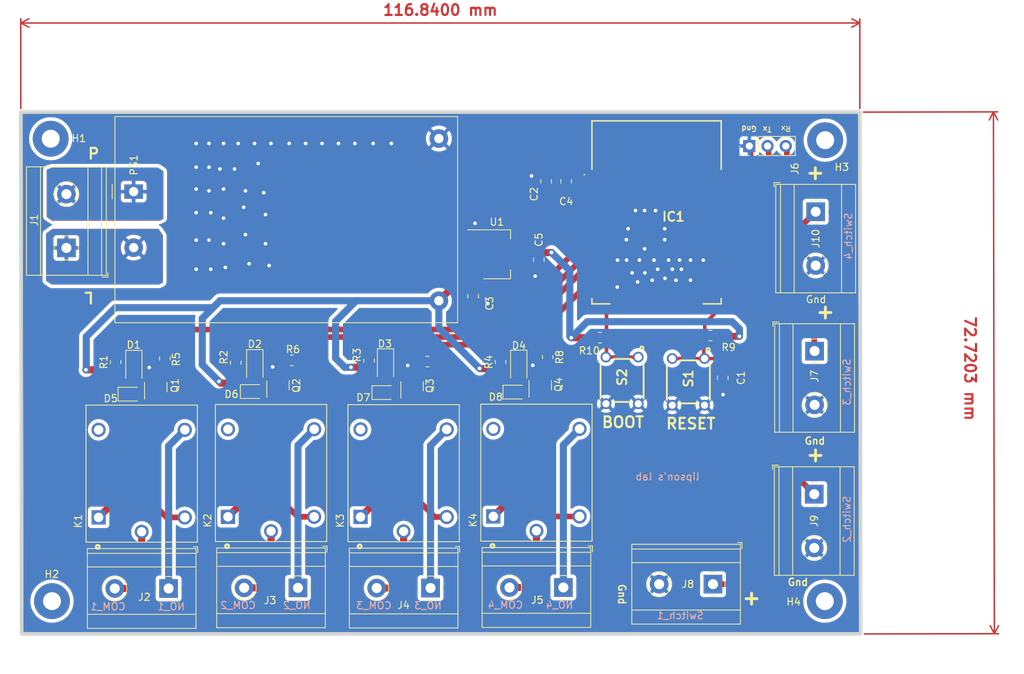
<source format=kicad_pcb>
(kicad_pcb (version 20221018) (generator pcbnew)
  (layers (0 "F.Cu" signal) (31 "B.Cu" signal) (34 "B.Paste" user) (35 "F.Paste" user) (36 "B.SilkS" user "B.Silkscreen") (37 "F.SilkS" user "F.Silkscreen") (38 "B.Mask" user) (39 "F.Mask" user) (44 "Edge.Cuts" user))
  (net 0 "")
  (net 1 "GND")
  (net 2 "/RESET")
  (net 3 "+3.3V")
  (net 4 "+5V")
  (net 5 "/Relay_1_T")
  (net 6 "/Relay_2_T")
  (net 7 "/Relay_3_T")
  (net 8 "/Relay_4_T")
  (net 9 "/EN")
  (net 12 "/Relay_3")
  (net 13 "/Relay_4")
  (net 14 "/Relay_1")
  (net 15 "/Relay_2")
  (net 27 "/Switch_1")
  (net 28 "/Switch_2")
  (net 30 "/Switch_3")
  (net 31 "/Switch_4")
  (net 34 "/Rx")
  (net 35 "/Tx")
  (net 38 "/N_AC")
  (net 43 "/Relay_1_R")
  (net 44 "/Relay_2_R")
  (net 45 "/Relay_3_R")
  (net 46 "/Relay_4_R")
  (net 51 "/Led_1")
  (net 52 "/Led_2")
  (net 53 "/Led_3")
  (net 54 "/Led_4")
  (net 55 "/NO_1")
  (net 56 "/COM_1")
  (net 57 "/NO_2")
  (net 58 "/COM_2")
  (net 59 "/NO_3")
  (net 60 "/COM_3")
  (net 61 "/NO_4")
  (net 62 "/COM_4")
  (net 63 "/P_AC")
  (footprint "Diode_SMD:D_0805_2012Metric" (layer "F.Cu") (at 136.1034 84.9372)
    (fp_text reference "D8")
    (fp_text value "D")
  )
  (footprint "Resistor_SMD:R_0805_2012Metric" (layer "F.Cu") (at 115.7672 80.5634 90)
    (fp_text reference "R3")
    (fp_text value "R")
  )
  (footprint "Capacitor_SMD:C_0805_2012Metric" (layer "F.Cu") (at 165.0234 82.9552 90)
    (fp_text reference "C1")
    (fp_text value "0.1uF")
  )
  (footprint "Capacitor_SMD:C_0805_2012Metric" (layer "F.Cu") (at 139.4054 66.4972 -90)
    (fp_text reference "C5")
    (fp_text value "10nF 10V")
  )
  (footprint "Capacitor_SMD:C_0805_2012Metric" (layer "F.Cu") (at 130.2614 71.5772 -90)
    (fp_text reference "C3")
    (fp_text value "10nF 10V")
  )
  (footprint "Package_TO_SOT_SMD:SOT-23" (layer "F.Cu") (at 121.7524 84.1248 90)
    (fp_text reference "Q3")
    (fp_text value "PNP_Transistor")
  )
  (footprint "Capacitor_SMD:C_0805_2012Metric" (layer "F.Cu") (at 140.4214 55.5752 90)
    (fp_text reference "C2")
    (fp_text value "22uF 10V")
  )
  (footprint "Resistor_SMD:R_0805_2012Metric" (layer "F.Cu") (at 140.65 80.0627 -90)
    (fp_text reference "R8")
    (fp_text value "1k")
  )
  (footprint "Converter_ACDC:Converter_ACDC_HiLink_HLK-10Mxx" (layer "F.Cu") (at 82.9869 57.0092)
    (fp_text reference "PS1")
    (fp_text value "HLK-10M05")
  )
  (footprint "FSM4JH_Tactile_Switch:FSM4JH" (layer "F.Cu") (at 160.2334 83.5152 -90)
    (fp_text reference "S1")
    (fp_text value "FSM4JH" hide)
  )
  (footprint "Package_TO_SOT_SMD:SOT-23" (layer "F.Cu") (at 139.6086 83.9724 90)
    (fp_text reference "Q4")
    (fp_text value "PNP_Transistor")
  )
  (footprint "LED_SMD:LED_1206_3216Metric" (layer "F.Cu") (at 99.8576 81.3054 -90)
    (fp_text reference "D2")
    (fp_text value "LED")
  )
  (footprint "Capacitor_SMD:C_0805_2012Metric" (layer "F.Cu") (at 143.2154 55.5752 90)
    (fp_text reference "C4")
    (fp_text value "100nF 10V")
  )
  (footprint "MountingHole:MountingHole_2.5mm_Pad" (layer "F.Cu") (at 71.6128 114.0714)
    (fp_text reference "H2")
    (fp_text value "MountingHole_Pad")
  )
  (footprint "RELAY_SRD-05VDC-SL-C:RELAY_SRD-05VDC-SL-C" (layer "F.Cu") (at 139.0752 96.167 90)
    (fp_text reference "K4")
    (fp_text value "SRD-05VDC-SL-C")
  )
  (footprint "RELAY_SRD-05VDC-SL-C:RELAY_SRD-05VDC-SL-C" (layer "F.Cu") (at 120.5784 96.2446 90)
    (fp_text reference "K3")
    (fp_text value "SRD-05VDC-SL-C")
  )
  (footprint "TerminalBlock_MetzConnect:TerminalBlock_MetzConnect_Type175_RT02702HBLC_1x02_P7.50mm_Horizontal" (layer "F.Cu") (at 163.6624 111.7092 180)
    (fp_text reference "J8")
    (fp_text value "Screw_Terminal_01x02")
  )
  (footprint "ESP32-WROOM-32E-N8:ESP32WROOM32EN8" (layer "F.Cu") (at 155.8014 59.8932)
    (fp_text reference "IC1")
    (fp_text value "ESP32-WROOM-32E-N8" hide)
  )
  (footprint "TerminalBlock_MetzConnect:TerminalBlock_MetzConnect_Type175_RT02702HBLC_1x02_P7.50mm_Horizontal" (layer "F.Cu") (at 177.7594 99.1616 -90)
    (fp_text reference "J9")
    (fp_text value "Screw_Terminal_01x02")
  )
  (footprint "Resistor_SMD:R_0805_2012Metric" (layer "F.Cu") (at 97.216 80.8482 90)
    (fp_text reference "R2")
    (fp_text value "R")
  )
  (footprint "Package_TO_SOT_SMD:SOT-23" (layer "F.Cu") (at 103.0834 83.9978 90)
    (fp_text reference "Q2")
    (fp_text value "PNP_Transistor")
  )
  (footprint "Resistor_SMD:R_0805_2012Metric" (layer "F.Cu") (at 163.2944 77.055 180)
    (fp_text reference "R9")
    (fp_text value "10K")
  )
  (footprint "RELAY_SRD-05VDC-SL-C:RELAY_SRD-05VDC-SL-C" (layer "F.Cu") (at 102.1182 96.2178 90)
    (fp_text reference "K2")
    (fp_text value "SRD-05VDC-SL-C")
  )
  (footprint "MountingHole:MountingHole_2.5mm_Pad" (layer "F.Cu") (at 179.2326 114.0714)
    (fp_text reference "H4")
    (fp_text value "MountingHole_Pad")
  )
  (footprint "MountingHole:MountingHole_2.5mm_Pad" (layer "F.Cu") (at 71.435 49.6316)
    (fp_text reference "H1")
    (fp_text value "MountingHole_Pad")
  )
  (footprint "TerminalBlock_MetzConnect:TerminalBlock_MetzConnect_Type175_RT02702HBLC_1x02_P7.50mm_Horizontal" (layer "F.Cu") (at 87.854 112.3066 180)
    (fp_text reference "J2")
    (fp_text value "Screw_Terminal_01x02")
  )
  (footprint "Package_TO_SOT_SMD:SOT-23" (layer "F.Cu") (at 86.061 84.2495 90)
    (fp_text reference "Q1")
    (fp_text value "PNP_Transistor")
  )
  (footprint "Diode_SMD:D_0805_2012Metric" (layer "F.Cu") (at 82.5094 85.2262)
    (fp_text reference "D5")
    (fp_text value "D")
  )
  (footprint "Resistor_SMD:R_0805_2012Metric" (layer "F.Cu") (at 80.4774 80.7577 90)
    (fp_text reference "R1")
    (fp_text value "R")
  )
  (footprint "Diode_SMD:D_0805_2012Metric" (layer "F.Cu") (at 117.85 85.0054)
    (fp_text reference "D7")
    (fp_text value "D")
  )
  (footprint "TerminalBlock_MetzConnect:TerminalBlock_MetzConnect_Type175_RT02702HBLC_1x02_P7.50mm_Horizontal" (layer "F.Cu") (at 73.6194 64.8532 90)
    (fp_text reference "J1")
    (fp_text value "Screw_Terminal_01x02")
  )
  (footprint "LED_SMD:LED_1206_3216Metric" (layer "F.Cu") (at 118.0532 81.1954 -90)
    (fp_text reference "D3")
    (fp_text value "LED")
  )
  (footprint "TerminalBlock_MetzConnect:TerminalBlock_MetzConnect_Type175_RT02702HBLC_1x02_P7.50mm_Horizontal" (layer "F.Cu") (at 105.8682 112.2198 180)
    (fp_text reference "J3")
    (fp_text value "Screw_Terminal_01x02")
  )
  (footprint "TerminalBlock_MetzConnect:TerminalBlock_MetzConnect_Type175_RT02702HBLC_1x02_P7.50mm_Horizontal" (layer "F.Cu") (at 177.8102 79.2226 -90)
    (fp_text reference "J7")
    (fp_text value "Screw_Terminal_01x02")
  )
  (footprint "LED_SMD:LED_1206_3216Metric" (layer "F.Cu") (at 83.0174 81.4162 -90)
    (fp_text reference "D1")
    (fp_text value "LED")
  )
  (footprint "Diode_SMD:D_0805_2012Metric" (layer "F.Cu") (at 99.5274 84.8614)
    (fp_text reference "D6")
    (fp_text value "D")
  )
  (footprint "MountingHole:MountingHole_2.5mm_Pad" (layer "F.Cu") (at 179.2834 49.8348)
    (fp_text reference "H3")
    (fp_text value "MountingHole_Pad")
  )
  (footprint "Resistor_SMD:R_0805_2012Metric" (layer "F.Cu") (at 123.8952 80.6874 180)
    (fp_text reference "R7" hide)
    (fp_text value "1k")
  )
  (footprint "TerminalBlock_MetzConnect:TerminalBlock_MetzConnect_Type175_RT02702HBLC_1x02_P7.50mm_Horizontal" (layer "F.Cu") (at 142.8252 112.169 180)
    (fp_text reference "J5")
    (fp_text value "Screw_Terminal_01x02")
  )
  (footprint "Resistor_SMD:R_0805_2012Metric" (layer "F.Cu") (at 87.3354 80.2497 90)
    (fp_text reference "R5")
    (fp_text value "1k")
  )
  (footprint "Resistor_SMD:R_0805_2012Metric" (layer "F.Cu") (at 147.9149 77.361)
    (fp_text reference "R10")
    (fp_text value "10K")
  )
  (footprint "Connector_PinHeader_2.54mm:PinHeader_1x03_P2.54mm_Vertical" (layer "F.Cu") (at 168.717 50.6476 90)
    (fp_text reference "J6")
    (fp_text value "Conn_01x03_Pin")
  )
  (footprint "TerminalBlock_MetzConnect:TerminalBlock_MetzConnect_Type175_RT02702HBLC_1x02_P7.50mm_Horizontal" (layer "F.Cu") (at 177.9626 59.8008 -90)
    (fp_text reference "J10")
    (fp_text value "Screw_Terminal_01x02")
  )
  (footprint "Package_TO_SOT_SMD:SOT-223-3_TabPin2" (layer "F.Cu") (at 133.5634 65.7352)
    (fp_text reference "U1")
    (fp_text value "AMS1117-3.3")
  )
  (footprint "LED_SMD:LED_1206_3216Metric" (layer "F.Cu") (at 136.6114 81.3812 -90)
    (fp_text reference "D4")
    (fp_text value "LED")
  )
  (footprint "Resistor_SMD:R_0805_2012Metric" (layer "F.Cu") (at 105.0138 80.518 180)
    (fp_text reference "R6")
    (fp_text value "1k")
  )
  (footprint "RELAY_SRD-05VDC-SL-C:RELAY_SRD-05VDC-SL-C" (layer "F.Cu") (at 84.104 96.3006 90)
    (fp_text reference "K1")
    (fp_text value "SRD-05VDC-SL-C")
  )
  (footprint "TerminalBlock_MetzConnect:TerminalBlock_MetzConnect_Type175_RT02702HBLC_1x02_P7.50mm_Horizontal" (layer "F.Cu") (at 124.3284 112.2466 180)
    (fp_text reference "J4")
    (fp_text value "Screw_Terminal_01x02")
  )
  (footprint "FSM4JH_Tactile_Switch:FSM4JH" (layer "F.Cu") (at 151.0026 83.3132 -90)
    (fp_text reference "S2")
    (fp_text value "FSM4JH" hide)
  )
  (footprint "Resistor_SMD:R_0805_2012Metric" (layer "F.Cu") (at 134.0714 80.7492 90)
    (fp_text reference "R4")
    (fp_text value "R")
  )
  (gr_line (start 67.2694 45.9232) (end 166.3294 45.9232) (stroke (width 0.5)) (layer "Edge.Cuts"))
  (gr_line (start 184.2364 118.6434) (end 67.3964 118.6434) (stroke (width 0.5)) (layer "Edge.Cuts"))
  (gr_line (start 184.1094 45.9232) (end 184.2364 118.6434) (stroke (width 0.5)) (layer "Edge.Cuts"))
  (gr_line (start 166.3294 45.9232) (end 184.1094 45.9232) (stroke (width 0.5)) (layer "Edge.Cuts"))
  (gr_line (start 67.3964 118.6434) (end 67.2694 45.9232) (stroke (width 0.5)) (layer "Edge.Cuts"))
  (gr_text "lipson's lab" (at 161.8844 97.3074) (layer "B.SilkS") (effects (font (size 1 1)) (justify left bottom mirror)))
  (gr_text "NO_1" (at 90.2 115.4176) (layer "B.SilkS") (effects (font (size 1 1)) (justify left bottom mirror)))
  (gr_text "NO_3" (at 125.9794 115.2746) (layer "B.SilkS") (effects (font (size 1 1)) (justify left bottom mirror)))
  (gr_text "COM_4" (at 137.2972 115.189) (layer "B.SilkS") (effects (font (size 1 1)) (justify left bottom mirror)))
  (gr_text "NO_2" (at 107.7062 115.2398) (layer "B.SilkS") (effects (font (size 1 1)) (justify left bottom mirror)))
  (gr_text "Switch_4" (at 183.0934 59.8424 90) (layer "B.SilkS") (effects (font (size 1 1)) (justify left bottom mirror)))
  (gr_text "Switch_1" (at 162.4524 116.6622) (layer "B.SilkS") (effects (font (size 1 1)) (justify left bottom mirror)))
  (gr_text "NO_4" (at 144.2822 115.189) (layer "B.SilkS") (effects (font (size 1 1)) (justify left bottom mirror)))
  (gr_text "COM_1" (at 81.945 115.4176) (layer "B.SilkS") (effects (font (size 1 1)) (justify left bottom mirror)))
  (gr_text "Switch_3" (at 182.8902 80.1878 90) (layer "B.SilkS") (effects (font (size 1 1)) (justify left bottom mirror)))
  (gr_text "COM_3" (at 118.9944 115.2746) (layer "B.SilkS") (effects (font (size 1 1)) (justify left bottom mirror)))
  (gr_text "COM_2" (at 100.0862 115.2398) (layer "B.SilkS") (effects (font (size 1 1)) (justify left bottom mirror)))
  (gr_text "Switch_2" (at 182.8902 99.314 90) (layer "B.SilkS") (effects (font (size 1 1)) (justify left bottom mirror)))
  (gr_text "Rx" (at 174.5844 47.7774 180) (layer "F.SilkS") (effects (font (size 0.75 0.75) (thickness 0.125)) (justify left bottom)))
  (gr_text "Gnd" (at 169.8346 47.7774 180) (layer "F.SilkS") (effects (font (size 0.75 0.75)) (justify left bottom)))
  (gr_text "+" (at 167.5324 114.7572) (layer "F.SilkS") (effects (font (size 2 2) (thickness 0.4) bold) (justify left bottom)))
  (gr_text "Gnd" (at 150.3874 111.5822 -90) (layer "F.SilkS") (effects (font (size 1 1) (thickness 0.2) bold) (justify left bottom)))
  (gr_text "Tx" (at 171.892 47.8536 180) (layer "F.SilkS") (effects (font (size 0.75 0.75)) (justify left bottom)))
  (gr_text "Gnd" (at 176.3116 92.329) (layer "F.SilkS") (effects (font (size 1 1) (thickness 0.2) bold) (justify left bottom)))
  (gr_text "Gnd" (at 173.9494 112.014) (layer "F.SilkS") (effects (font (size 1 1) (thickness 0.2) bold) (justify left bottom)))
  (gr_text "+" (at 176.4132 55.4736) (layer "F.SilkS") (effects (font (size 2 2) (thickness 0.4) bold) (justify left bottom)))
  (gr_text "Gnd" (at 176.5148 72.6186) (layer "F.SilkS") (effects (font (size 1 1) (thickness 0.15) bold) (justify left bottom)))
  (gr_text "+" (at 177.8102 74.8792) (layer "F.SilkS") (effects (font (size 2 2) (thickness 0.4) bold) (justify left bottom)))
  (gr_text "RESET" (at 156.972 90.2208) (layer "F.SilkS") (effects (font (size 1.5 1.5) (thickness 0.3) bold) (justify left bottom)))
  (gr_text "+" (at 176.4386 94.7928) (layer "F.SilkS") (effects (font (size 2 2) (thickness 0.4) bold) (justify left bottom)))
  (gr_text "L" (at 77.5818 70.8914 180) (layer "F.SilkS") (effects (font (size 1.5 1.5) (thickness 0.3) bold) (justify left bottom)))
  (gr_text "P" (at 76.4642 52.6034) (layer "F.SilkS") (effects (font (size 1.5 1.5) (thickness 0.3) bold) (justify left bottom)))
  (gr_text "BOOT" (at 148.0312 90.0176) (layer "F.SilkS") (effects (font (size 1.5 1.5) (thickness 0.3) bold) (justify left bottom)))
  (dimension (type aligned) (layer "F.Cu") (pts (xy 184.1094 45.9232) (xy 184.2364 118.6434)) (height -18.603873) (gr_text "72.7203 mm" (at 199.4662 81.661 270.1000624) (layer "F.Cu") (effects (font (size 1.5 1.5) (thickness 0.3)))) (format (prefix "") (suffix "") (units 3) (units_format 1) (precision 4)) (style (thickness 0.2) (arrow_length 1.27) (text_position_mode 2) (extension_height 0.58642) (extension_offset 0.5) keep_text_aligned))
  (dimension (type aligned) (layer "F.Cu") (pts (xy 67.2694 45.9232) (xy 184.1094 45.9232)) (height -12.4206) (gr_text "116.8400 mm" (at 125.6894 31.7026) (layer "F.Cu") (effects (font (size 1.5 1.5) (thickness 0.3)))) (format (prefix "") (suffix "") (units 3) (units_format 1) (precision 4)) (style (thickness 0.2) (arrow_length 1.27) (text_position_mode 0) (extension_height 0.58642) (extension_offset 0.5) keep_text_aligned))
  (segment (start 150.0864 72.3192) (end 150.0864 70.5482) (width 0.8) (layer "F.Cu") (net 1))
  (segment (start 151.9514 62.2792) (end 151.8514 62.1792) (width 0.8) (layer "F.Cu") (net 1))
  (segment (start 154.3014 60.8792) (end 154.3014 59.8032) (width 0.8) (layer "F.Cu") (net 1))
  (segment (start 154.3014 64.8092) (end 154.1374 64.9732) (width 0.8) (layer "F.Cu") (net 1))
  (segment (start 130.2614 72.5272) (end 132.2274 72.5272) (width 0.8) (layer "F.Cu") (net 1))
  (segment (start 155.7014 62.2792) (end 156.8314 62.2792) (width 0.8) (layer "F.Cu") (net 1))
  (segment (start 154.3014 63.6792) (end 154.3014 64.8092) (width 0.8) (layer "F.Cu") (net 1))
  (segment (start 140.2334 54.8132) (end 140.4214 54.6252) (width 0.8) (layer "F.Cu") (net 1))
  (segment (start 155.7014 63.6792) (end 156.9074 63.6792) (width 0.8) (layer "F.Cu") (net 1))
  (segment (start 139.4054 67.4472) (end 139.4054 68.2752) (width 0.8) (layer "F.Cu") (net 1))
  (segment (start 152.9014 62.2792) (end 151.9514 62.2792) (width 0.8) (layer "F.Cu") (net 1))
  (segment (start 152.9014 59.6732) (end 152.8674 59.6392) (width 0.8) (layer "F.Cu") (net 1))
  (segment (start 152.9014 60.8792) (end 152.9014 59.6732) (width 0.8) (layer "F.Cu") (net 1))
  (segment (start 154.3014 59.8032) (end 154.1374 59.6392) (width 0.8) (layer "F.Cu") (net 1))
  (segment (start 139.6086 82.2452) (end 138.5672 81.2038) (width 0.5) (layer "F.Cu") (net 1))
  (segment (start 139.4054 68.2752) (end 138.8974 68.7832) (width 0.8) (layer "F.Cu") (net 1))
  (segment (start 143.2154 54.6252) (end 146.9854 54.6252) (width 0.8) (layer "F.Cu") (net 1))
  (segment (start 164.5514 54.5592) (end 167.3454 54.5592) (width 0.8) (layer "F.Cu") (net 1))
  (segment (start 121.7524 81.8388) (end 121.1428 81.2292) (width 0.5) (layer "F.Cu") (net 1))
  (segment (start 138.3894 54.8132) (end 140.2334 54.8132) (width 0.8) (layer "F.Cu") (net 1))
  (segment (start 155.7014 60.8792) (end 155.7014 59.6792) (width 0.8) (layer "F.Cu") (net 1))
  (segment (start 168.8694 53.0352) (end 168.8694 50.8) (width 0.8) (layer "F.Cu") (net 1))
  (segment (start 151.6214 63.6792) (end 151.5974 63.7032) (width 0.8) (layer "F.Cu") (net 1))
  (segment (start 150.0864 70.5482) (end 150.3274 70.3072) (width 0.8) (layer "F.Cu") (net 1))
  (segment (start 132.2274 72.5272) (end 132.2934 72.5932) (width 0.8) (layer "F.Cu") (net 1))
  (segment (start 155.7014 59.6792) (end 155.6614 59.6392) (width 0.8) (layer "F.Cu") (net 1))
  (segment (start 152.9014 63.6792) (end 151.6214 63.6792) (width 0.8) (layer "F.Cu") (net 1))
  (segment (start 165.0234 83.9052) (end 165.0234 85.2572) (width 0.8) (layer "F.Cu") (net 1))
  (segment (start 86.061 83.312) (end 86.061 82.4186) (width 0.5) (layer "F.Cu") (net 1))
  (segment (start 168.8694 50.8) (end 168.717 50.6476) (width 0.8) (layer "F.Cu") (net 1))
  (segment (start 103.0834 83.0603) (end 103.0834 82.169) (width 0.5) (layer "F.Cu") (net 1))
  (segment (start 167.3454 54.5592) (end 168.8694 53.0352) (width 0.8) (layer "F.Cu") (net 1))
  (segment (start 156.9074 63.6792) (end 156.9314 63.7032) (width 0.8) (layer "F.Cu") (net 1))
  (segment (start 154.3014 62.2792) (end 154.3014 60.8792) (width 0.8) (layer "F.Cu") (net 1))
  (segment (start 146.9854 54.6252) (end 147.0514 54.5592) (width 0.8) (layer "F.Cu") (net 1))
  (segment (start 156.8314 62.2792) (end 156.9314 62.1792) (width 0.8) (layer "F.Cu") (net 1))
  (segment (start 103.0834 82.169) (end 102.3468 81.4324) (width 0.5) (layer "F.Cu") (net 1))
  (segment (start 140.4214 54.6252) (end 143.2154 54.6252) (width 0.8) (layer "F.Cu") (net 1))
  (segment (start 130.4134 63.4352) (end 130.4134 61.5192) (width 0.8) (layer "F.Cu") (net 1))
  (segment (start 165.0234 85.2572) (end 165.0594 85.2932) (width 0.8) (layer "F.Cu") (net 1))
  (segment (start 86.061 82.4186) (end 85.151 81.5086) (width 0.5) (layer "F.Cu") (net 1))
  (segment (start 139.6086 83.0349) (end 139.6086 82.2452) (width 0.5) (layer "F.Cu") (net 1))
  (segment (start 130.4134 61.5192) (end 130.5154 61.4172) (width 0.8) (layer "F.Cu") (net 1))
  (segment (start 121.7524 83.1873) (end 121.7524 81.8388) (width 0.5) (layer "F.Cu") (net 1))
  (via (at 104.648 50.292) (size 0.9) (drill 0.5) (layers "F.Cu" "B.Cu") (net 1))
  (via (at 101.854 67.31) (size 0.9) (drill 0.5) (layers "F.Cu" "B.Cu") (net 1))
  (via (at 106.934 50.292) (size 0.9) (drill 0.5) (layers "F.Cu" "B.Cu") (net 1))
  (via (at 85.151 81.5086) (size 0.9) (drill 0.5) (layers "F.Cu" "B.Cu") (net 1))
  (via (at 94.996 53.848) (size 0.9) (drill 0.5) (layers "F.Cu" "B.Cu") (net 1))
  (via (at 153.162 69.596) (size 0.9) (drill 0.5) (layers "F.Cu" "B.Cu") (net 1))
  (via (at 151.638 66.548) (size 0.9) (drill 0.5) (layers "F.Cu" "B.Cu") (net 1))
  (via (at 93.472 56.896) (size 0.9) (drill 0.5) (layers "F.Cu" "B.Cu") (net 1))
  (via (at 155.194 69.342) (size 0.9) (drill 0.5) (layers "F.Cu" "B.Cu") (net 1))
  (via (at 109.22 50.292) (size 0.9) (drill 0.5) (layers "F.Cu" "B.Cu") (net 1))
  (via (at 98.552 62.992) (size 0.9) (drill 0.5) (layers "F.Cu" "B.Cu") (net 1))
  (via (at 138.3894 54.8132) (size 0.9) (drill 0.5) (layers "F.Cu" "B.Cu") (net 1))
  (via (at 102.108 50.292) (size 0.9) (drill 0.5) (layers "F.Cu" "B.Cu") (net 1))
  (via (at 150.368 66.548) (size 0.9) (drill 0.5) (layers "F.Cu" "B.Cu") (net 1))
  (via (at 95.758 67.564) (size 0.9) (drill 0.5) (layers "F.Cu" "B.Cu") (net 1))
  (via (at 91.694 59.944) (size 0.9) (drill 0.5) (layers "F.Cu" "B.Cu") (net 1))
  (via (at 93.472 50.292) (size 0.9) (drill 0.5) (layers "F.Cu" "B.Cu") (net 1))
  (via (at 151.8514 62.1792) (size 0.9) (drill 0.5) (layers "F.Cu" "B.Cu") (net 1))
  (via (at 151.5974 63.7032) (size 0.9) (drill 0.5) (layers "F.Cu" "B.Cu") (net 1))
  (via (at 132.2934 72.5932) (size 0.9) (drill 0.5) (layers "F.Cu" "B.Cu") (net 1))
  (via (at 95.504 60.706) (size 0.9) (drill 0.5) (layers "F.Cu" "B.Cu") (net 1))
  (via (at 101.346 64.262) (size 0.9) (drill 0.5) (layers "F.Cu" "B.Cu") (net 1))
  (via (at 93.472 63.754) (size 0.9) (drill 0.5) (layers "F.Cu" "B.Cu") (net 1))
  (via (at 101.092 57.15) (size 0.9) (drill 0.5) (layers "F.Cu" "B.Cu") (net 1))
  (via (at 154.1374 64.9732) (size 0.9) (drill 0.5) (layers "F.Cu" "B.Cu") (net 1))
  (via (at 138.5672 81.2038) (size 0.9) (drill 0.5) (layers "F.Cu" "B.Cu") (net 1))
  (via (at 121.1428 81.2292) (size 0.9) (drill 0.5) (layers "F.Cu" "B.Cu") (net 1))
  (via (at 118.872 50.292) (size 0.9) (drill 0.5) (layers "F.Cu" "B.Cu") (net 1))
  (via (at 153.416 66.548) (size 0.9) (drill 0.5) (layers "F.Cu" "B.Cu") (net 1))
  (via (at 138.8974 68.7832) (size 0.9) (drill 0.5) (layers "F.Cu" "B.Cu") (net 1))
  (via (at 113.792 50.292) (size 0.9) (drill 0.5) (layers "F.Cu" "B.Cu") (net 1))
  (via (at 111.506 50.292) (size 0.9) (drill 0.5) (layers "F.Cu" "B.Cu") (net 1))
  (via (at 156.9314 63.7032) (size 0.9) (drill 0.5) (layers "F.Cu" "B.Cu") (net 1))
  (via (at 155.448 66.548) (size 0.9) (drill 0.5) (layers "F.Cu" "B.Cu") (net 1))
  (via (at 95.504 56.642) (size 0.9) (drill 0.5) (layers "F.Cu" "B.Cu") (net 1))
  (via (at 93.726 67.818) (size 0.9) (drill 0.5) (layers "F.Cu" "B.Cu") (net 1))
  (via (at 154.178 68.326) (size 0.9) (drill 0.5) (layers "F.Cu" "B.Cu") (net 1))
  (via (at 162.306 66.548) (size 0.9) (drill 0.5) (layers "F.Cu" "B.Cu") (net 1))
  (via (at 91.694 67.818) (size 0.9) (drill 0.5) (layers "F.Cu" "B.Cu") (net 1))
  (via (at 159.004 66.548) (size 0.9) (drill 0.5) (layers "F.Cu" "B.Cu") (net 1))
  (via (at 101.346 60.198) (size 0.9) (drill 0.5) (layers "F.Cu" "B.Cu") (net 1))
  (via (at 97.536 50.292) (size 0.9) (drill 0.5) (layers "F.Cu" "B.Cu") (net 1))
  (via (at 159.258 67.818) (size 0.9) (drill 0.5) (layers "F.Cu" "B.Cu") (net 1))
  (via (at 160.528 66.548) (size 0.9) (drill 0.5) (layers "F.Cu" "B.Cu") (net 1))
  (via (at 91.694 53.594) (size 0.9) (drill 0.5) (layers "F.Cu" "B.Cu") (net 1))
  (via (at 157.988 67.818) (size 0.9) (drill 0.5) (layers "F.Cu" "B.Cu") (net 1))
  (via (at 102.3468 81.4324) (size 0.9) (drill 0.5) (layers "F.Cu" "B.Cu") (net 1))
  (via (at 91.694 56.642) (size 0.9) (drill 0.5) (layers "F.Cu" "B.Cu") (net 1))
  (via (at 116.332 50.292) (size 0.9) (drill 0.5) (layers "F.Cu" "B.Cu") (net 1))
  (via (at 130.5154 61.4172) (size 0.9) (drill 0.5) (layers "F.Cu" "B.Cu") (net 1))
  (via (at 97.028 53.848) (size 0.9) (drill 0.5) (layers "F.Cu" "B.Cu") (net 1))
  (via (at 156.972 69.088) (size 0.9) (drill 0.5) (layers "F.Cu" "B.Cu") (net 1))
  (via (at 152.8674 59.6392) (size 0.9) (drill 0.5) (layers "F.Cu" "B.Cu") (net 1))
  (via (at 93.726 59.944) (size 0.9) (drill 0.5) (layers "F.Cu" "B.Cu") (net 1))
  (via (at 155.6614 59.6392) (size 0.9) (drill 0.5) (layers "F.Cu" "B.Cu") (net 1))
  (via (at 150.3274 70.3072) (size 0.9) (drill 0.5) (layers "F.Cu" "B.Cu") (net 1))
  (via (at 93.472 53.594) (size 0.9) (drill 0.5) (layers "F.Cu" "B.Cu") (net 1))
  (via (at 157.48 66.548) (size 0.9) (drill 0.5) (layers "F.Cu" "B.Cu") (net 1))
  (via (at 156.9314 62.1792) (size 0.9) (drill 0.5) (layers "F.Cu" "B.Cu") (net 1))
  (via (at 100.33 53.086) (size 0.9) (drill 0.5) (layers "F.Cu" "B.Cu") (net 1))
  (via (at 158.496 69.342) (size 0.9) (drill 0.5) (layers "F.Cu" "B.Cu") (net 1))
  (via (at 95.504 50.292) (size 0.9) (drill 0.5) (layers "F.Cu" "B.Cu") (net 1))
  (via (at 95.504 64.262) (size 0.9) (drill 0.5) (layers "F.Cu" "B.Cu") (net 1))
  (via (at 165.0594 85.2932) (size 0.9) (drill 0.5) (layers "F.Cu" "B.Cu") (net 1))
  (via (at 91.694 50.292) (size 0.9) (drill 0.5) (layers "F.Cu" "B.Cu") (net 1))
  (via (at 99.822 50.292) (size 0.9) (drill 0.5) (layers "F.Cu" "B.Cu") (net 1))
  (via (at 155.956 67.818) (size 0.9) (drill 0.5) (layers "F.Cu" "B.Cu") (net 1))
  (via (at 99.06 67.056) (size 0.9) (drill 0.5) (layers "F.Cu" "B.Cu") (net 1))
  (via (at 152.4 68.326) (size 0.9) (drill 0.5) (layers "F.Cu" "B.Cu") (net 1))
  (via (at 91.694 63.754) (size 0.9) (drill 0.5) (layers "F.Cu" "B.Cu") (net 1))
  (via (at 154.1374 59.6392) (size 0.9) (drill 0.5) (layers "F.Cu" "B.Cu") (net 1))
  (via (at 160.528 69.342) (size 0.9) (drill 0.5) (layers "F.Cu" "B.Cu") (net 1))
  (via (at 98.298 59.182) (size 0.9) (drill 0.5) (layers "F.Cu" "B.Cu") (net 1))
  (via (at 98.552 56.896) (size 0.9) (drill 0.5) (layers "F.Cu" "B.Cu") (net 1))
  (segment (start 157.9834 80.2652) (end 162.4834 80.2652) (width 0.5) (layer "F.Cu") (net 2))
  (segment (start 164.5514 71.0692) (end 164.5514 73.3552) (width 0.5) (layer "F.Cu") (net 2))
  (segment (start 164.5514 73.3552) (end 162.5194 75.3872) (width 0.5) (layer "F.Cu") (net 2))
  (segment (start 162.5194 76.9175) (end 162.3819 77.055) (width 0.5) (layer "F.Cu") (net 2))
  (segment (start 162.3819 77.055) (end 162.3819 80.1637) (width 0.5) (layer "F.Cu") (net 2))
  (segment (start 164.4726 80.2652) (end 165.0234 80.816) (width 0.5) (layer "F.Cu") (net 2))
  (segment (start 162.3819 80.1637) (end 162.4834 80.2652) (width 0.5) (layer "F.Cu") (net 2))
  (segment (start 162.5194 75.3872) (end 162.5194 76.9175) (width 0.5) (layer "F.Cu") (net 2))
  (segment (start 165.0234 80.816) (end 165.0234 82.0052) (width 0.5) (layer "F.Cu") (net 2))
  (segment (start 162.4834 80.2652) (end 164.4726 80.2652) (width 0.5) (layer "F.Cu") (net 2))
  (segment (start 139.4054 60.9092) (end 140.4214 59.8932) (width 1) (layer "F.Cu") (net 3))
  (segment (start 130.4134 65.7352) (end 136.7134 65.7352) (width 1) (layer "F.Cu") (net 3))
  (segment (start 139.2174 65.7352) (end 139.4054 65.5472) (width 1) (layer "F.Cu") (net 3))
  (segment (start 164.3171 77.1652) (end 164.2069 77.055) (width 1) (layer "F.Cu") (net 3))
  (segment (start 139.4054 65.5472) (end 139.4054 60.9092) (width 1) (layer "F.Cu") (net 3))
  (segment (start 139.4054 65.5472) (end 141.1834 65.4812) (width 1) (layer "F.Cu") (net 3))
  (segment (start 144.8054 56.5252) (end 143.2154 56.5252) (width 0.8) (layer "F.Cu") (net 3))
  (segment (start 136.7134 65.7352) (end 139.2174 65.7352) (width 1) (layer "F.Cu") (net 3))
  (segment (start 143.9192 77.361) (end 147.0024 77.361) (width 1) (layer "F.Cu") (net 3))
  (segment (start 147.0514 55.8292) (end 145.5014 55.8292) (width 0.8) (layer "F.Cu") (net 3))
  (segment (start 145.5014 55.8292) (end 144.8054 56.5252) (width 0.8) (layer "F.Cu") (net 3))
  (segment (start 140.4214 56.5252) (end 143.2154 56.5252) (width 1) (layer "F.Cu") (net 3))
  (segment (start 140.4214 59.8932) (end 140.4214 56.5252) (width 1) (layer "F.Cu") (net 3))
  (segment (start 167.3454 77.1652) (end 164.3171 77.1652) (width 1) (layer "F.Cu") (net 3))
  (via (at 141.1834 65.4812) (size 0.9) (drill 0.5) (layers "F.Cu" "B.Cu") (net 3))
  (via (at 143.9192 77.361) (size 0.9) (drill 0.5) (layers "F.Cu" "B.Cu") (net 3))
  (via (at 167.3454 77.1652) (size 0.9) (drill 0.5) (layers "F.Cu" "B.Cu") (net 3))
  (segment (start 167.3454 76.1492) (end 166.3294 75.1332) (width 1) (layer "B.Cu") (net 3))
  (segment (start 143.9192 77.361) (end 143.7234 77.1652) (width 1) (layer "B.Cu") (net 3))
  (segment (start 166.3294 75.1332) (end 146.147 75.1332) (width 1) (layer "B.Cu") (net 3))
  (segment (start 146.147 75.1332) (end 143.9192 77.361) (width 1) (layer "B.Cu") (net 3))
  (segment (start 143.7234 68.0212) (end 141.1834 65.4812) (width 1) (layer "B.Cu") (net 3))
  (segment (start 167.3454 77.1652) (end 167.3454 76.1492) (width 1) (layer "B.Cu") (net 3))
  (segment (start 143.7234 77.1652) (end 143.7234 68.0212) (width 1) (layer "B.Cu") (net 3))
  (segment (start 80.3088 81.8388) (end 80.4774 81.6702) (width 1) (layer "F.Cu") (net 4))
  (segment (start 116.9518 99.1501) (end 116.9887 99.187) (width 1) (layer "F.Cu") (net 4))
  (segment (start 116.9887 99.187) (end 116.9887 99.9343) (width 1) (layer "F.Cu") (net 4))
  (segment (start 125.4869 72.2092) (end 127.0689 70.6272) (width 1) (layer "F.Cu") (net 4))
  (segment (start 135.1659 100.1763) (end 133.0752 102.267) (width 1) (layer "F.Cu") (net 4))
  (segment (start 115.7672 83.8601) (end 116.9125 85.0054) (width 1) (layer "F.Cu") (net 4))
  (segment (start 80.4774 84.1317) (end 81.5719 85.2262) (width 1) (layer "F.Cu") (net 4))
  (segment (start 76.3372 81.8388) (end 80.3088 81.8388) (width 1) (layer "F.Cu") (net 4))
  (segment (start 135.1659 99.8207) (end 135.1659 100.1763) (width 1) (layer "F.Cu") (net 4))
  (segment (start 130.2614 68.1872) (end 130.4134 68.0352) (width 1) (layer "F.Cu") (net 4))
  (segment (start 125.4869 72.4632) (end 125.4869 72.2092) (width 1) (layer "F.Cu") (net 4))
  (segment (start 97.216 81.7607) (end 97.216 83.4875) (width 0.8) (layer "F.Cu") (net 4))
  (segment (start 134.0714 81.6617) (end 134.0714 83.8427) (width 1) (layer "F.Cu") (net 4))
  (segment (start 131.1765 81.6617) (end 131.1504 81.6356) (width 1) (layer "F.Cu") (net 4))
  (segment (start 95.1085 83.6937) (end 97.4222 83.6937) (width 1) (layer "F.Cu") (net 4))
  (segment (start 94.8538 83.439) (end 95.1085 83.6937) (width 1) (layer "F.Cu") (net 4))
  (segment (start 98.5368 84.9145) (end 98.5368 99.8992) (width 1) (layer "F.Cu") (net 4))
  (segment (start 98.5899 84.8614) (end 98.5368 84.9145) (width 1) (layer "F.Cu") (net 4))
  (segment (start 116.9887 99.9343) (end 114.5784 102.3446) (width 1) (layer "F.Cu") (net 4))
  (segment (start 115.7672 81.4759) (end 113.2507 81.4759) (width 1) (layer "F.Cu") (net 4))
  (segment (start 115.7672 81.4759) (end 115.7672 83.8601) (width 1) (layer "F.Cu") (net 4))
  (segment (start 116.9518 85.0447) (end 116.9518 99.1501) (width 1) (layer "F.Cu") (net 4))
  (segment (start 97.4222 83.6937) (end 98.5899 84.8614) (width 1) (layer "F.Cu") (net 4))
  (segment (start 113.2507 81.4759) (end 113.2434 81.4832) (width 1) (layer "F.Cu") (net 4))
  (segment (start 97.216 83.4875) (end 97.4222 83.6937) (width 0.8) (layer "F.Cu") (net 4))
  (segment (start 135.1659 84.9372) (end 135.1659 99.8207) (width 1) (layer "F.Cu") (net 4))
  (segment (start 98.5368 99.8992) (end 96.1182 102.3178) (width 1) (layer "F.Cu") (net 4))
  (segment (start 134.0714 81.6617) (end 131.1765 81.6617) (width 1) (layer "F.Cu") (net 4))
  (segment (start 134.0714 83.8427) (end 135.1659 84.9372) (width 1) (layer "F.Cu") (net 4))
  (segment (start 81.5719 85.2262) (end 81.5719 98.7915) (width 1) (layer "F.Cu") (net 4))
  (segment (start 127.0689 70.6272) (end 130.2614 70.6272) (width 1) (layer "F.Cu") (net 4))
  (segment (start 116.9125 85.0054) (end 116.9518 85.0447) (width 1) (layer "F.Cu") (net 4))
  (segment (start 80.4774 81.6702) (end 80.4774 84.1317) (width 1) (layer "F.Cu") (net 4))
  (segment (start 130.2614 70.6272) (end 130.2614 68.1872) (width 1) (layer "F.Cu") (net 4))
  (segment (start 81.5719 98.9327) (end 78.104 102.4006) (width 1) (layer "F.Cu") (net 4))
  (via (at 76.3372 81.8388) (size 0.9) (drill 0.5) (layers "F.Cu" "B.Cu") (net 4))
  (via (at 113.2434 81.4832) (size 0.9) (drill 0.5) (layers "F.Cu" "B.Cu") (net 4))
  (via (at 131.1504 81.6356) (size 0.9) (drill 0.5) (layers "F.Cu" "B.Cu") (net 4))
  (via (at 94.8538 83.439) (size 0.9) (drill 0.5) (layers "F.Cu" "B.Cu") (net 4))
  (segment (start 94.8538 83.439) (end 92.5424 81.1276) (width 1) (layer "B.Cu") (net 4))
  (segment (start 125.4869 72.2092) (end 113.98 72.2092) (width 1) (layer "B.Cu") (net 4))
  (segment (start 111.1098 75.0794) (end 113.98 72.2092) (width 1) (layer "B.Cu") (net 4))
  (segment (start 76.388 77.216) (end 76.388 81.788) (width 1) (layer "B.Cu") (net 4))
  (segment (start 80.4266 73.1774) (end 76.388 77.216) (width 1) (layer "B.Cu") (net 4))
  (segment (start 113.98 72.2092) (end 95.0062 72.2092) (width 1) (layer "B.Cu") (net 4))
  (segment (start 92.5424 81.1276) (end 92.5424 74.673) (width 1) (layer "B.Cu") (net 4))
  (segment (start 125.4869 75.9721) (end 125.4869 72.2092) (width 1) (layer "B.Cu") (net 4))
  (segment (start 76.388 81.788) (end 76.3372 81.8388) (width 1) (layer "B.Cu") (net 4))
  (segment (start 112.3798 81.4832) (end 111.1098 80.2132) (width 1) (layer "B.Cu") (net 4))
  (segment (start 113.2434 81.4832) (end 112.3798 81.4832) (width 1) (layer "B.Cu") (net 4))
  (segment (start 131.1504 81.6356) (end 125.4869 75.9721) (width 1) (layer "B.Cu") (net 4))
  (segment (start 94.038 73.1774) (end 80.4266 73.1774) (width 1) (layer "B.Cu") (net 4))
  (segment (start 92.5424 74.673) (end 95.0062 72.2092) (width 1) (layer "B.Cu") (net 4))
  (segment (start 111.1098 80.2132) (end 111.1098 75.0794) (width 1) (layer "B.Cu") (net 4))
  (segment (start 83.4861 85.187) (end 83.4469 85.2262) (width 0.5) (layer "F.Cu") (net 5))
  (segment (start 85.111 86.614) (end 85.111 85.187) (width 0.5) (layer "F.Cu") (net 5))
  (segment (start 85.111 85.187) (end 83.4861 85.187) (width 0.5) (layer "F.Cu") (net 5))
  (segment (start 83.0174 84.7967) (end 83.4469 85.2262) (width 0.8) (layer "F.Cu") (net 5))
  (segment (start 85.111 86.614) (end 85.111 99.9476) (width 0.8) (layer "F.Cu") (net 5))
  (segment (start 83.0174 82.8162) (end 83.0174 84.7967) (width 0.8) (layer "F.Cu") (net 5))
  (segment (start 85.111 99.9476) (end 87.564 102.4006) (width 0.8) (layer "F.Cu") (net 5))
  (segment (start 87.564 102.4006) (end 90.104 102.4006) (width 0.8) (layer "F.Cu") (net 5))
  (segment (start 100.5388 84.9353) (end 100.4649 84.8614) (width 0.5) (layer "F.Cu") (net 6))
  (segment (start 105.8322 102.3178) (end 108.1182 102.3178) (width 0.8) (layer "F.Cu") (net 6))
  (segment (start 102.1334 84.9353) (end 100.5388 84.9353) (width 0.5) (layer "F.Cu") (net 6))
  (segment (start 99.8576 82.7054) (end 99.8576 84.2541) (width 0.8) (layer "F.Cu") (net 6))
  (segment (start 99.8576 84.2541) (end 100.4649 84.8614) (width 0.8) (layer "F.Cu") (net 6))
  (segment (start 102.1436 86.5784) (end 102.1436 98.6292) (width 0.8) (layer "F.Cu") (net 6))
  (segment (start 102.1334 86.68) (end 102.1334 85.0798) (width 0.5) (layer "F.Cu") (net 6))
  (segment (start 102.1436 98.6292) (end 105.8322 102.3178) (width 0.8) (layer "F.Cu") (net 6))
  (segment (start 102.1334 86.68) (end 102.1334 84.9353) (width 0.5) (layer "F.Cu") (net 6))
  (segment (start 124.9284 102.3446) (end 126.5784 102.3446) (width 0.8) (layer "F.Cu") (net 7))
  (segment (start 118.0532 82.5954) (end 118.0532 84.2711) (width 0.8) (layer "F.Cu") (net 7))
  (segment (start 120.8024 86.4972) (end 120.838 86.5328) (width 0.8) (layer "F.Cu") (net 7))
  (segment (start 118.0532 84.2711) (end 118.7875 85.0054) (width 0.8) (layer "F.Cu") (net 7))
  (segment (start 120.838 98.2542) (end 124.9284 102.3446) (width 0.8) (layer "F.Cu") (net 7))
  (segment (start 118.8444 85.0623) (end 118.7875 85.0054) (width 0.5) (layer "F.Cu") (net 7))
  (segment (start 120.8024 85.0623) (end 118.8444 85.0623) (width 0.5) (layer "F.Cu") (net 7))
  (segment (start 120.838 86.5328) (end 120.838 98.2542) (width 0.8) (layer "F.Cu") (net 7))
  (segment (start 120.8024 85.0623) (end 120.8024 86.4972) (width 0.5) (layer "F.Cu") (net 7))
  (segment (start 141.2652 102.267) (end 145.0752 102.267) (width 0.8) (layer "F.Cu") (net 8))
  (segment (start 136.6114 84.5077) (end 137.0409 84.9372) (width 0.8) (layer "F.Cu") (net 8))
  (segment (start 138.6586 84.9099) (end 137.0682 84.9099) (width 0.5) (layer "F.Cu") (net 8))
  (segment (start 137.0682 84.9099) (end 137.0409 84.9372) (width 0.5) (layer "F.Cu") (net 8))
  (segment (start 138.6586 86.4616) (end 138.6586 99.6604) (width 0.8) (layer "F.Cu") (net 8))
  (segment (start 138.6586 99.6604) (end 141.2652 102.267) (width 0.8) (layer "F.Cu") (net 8))
  (segment (start 138.6586 86.4616) (end 138.6586 84.9099) (width 0.5) (layer "F.Cu") (net 8))
  (segment (start 136.6114 82.7812) (end 136.6114 84.5077) (width 0.8) (layer "F.Cu") (net 8))
  (segment (start 148.7804 77.314) (end 148.8274 77.361) (width 0.5) (layer "F.Cu") (net 9))
  (segment (start 148.7526 80.0632) (end 153.2526 80.0632) (width 0.5) (layer "F.Cu") (net 9))
  (segment (start 148.8274 77.361) (end 148.8274 79.9884) (width 0.5) (layer "F.Cu") (net 9))
  (segment (start 148.8274 58.238092) (end 148.8274 77.361) (width 0.5) (layer "F.Cu") (net 9))
  (segment (start 148.8274 79.9884) (end 148.7526 80.0632) (width 0.5) (layer "F.Cu") (net 9))
  (segment (start 147.0514 57.0992) (end 147.688508 57.0992) (width 0.5) (layer "F.Cu") (net 9))
  (segment (start 147.688508 57.0992) (end 148.8274 58.238092) (width 0.5) (layer "F.Cu") (net 9))
  (segment (start 135.189 78.3336) (end 125.664 78.3336) (width 0.8) (layer "F.Cu") (net 12))
  (segment (start 124.8077 79.1899) (end 124.8077 80.6874) (width 0.8) (layer "F.Cu") (net 12))
  (segment (start 125.664 78.3336) (end 124.8077 79.1899) (width 0.8) (layer "F.Cu") (net 12))
  (segment (start 147.0514 68.6032) (end 144.9194 68.6032) (width 0.8) (layer "F.Cu") (net 12))
  (segment (start 144.9194 68.6032) (end 135.189 78.3336) (width 0.8) (layer "F.Cu") (net 12))
  (segment (start 140.65 75.42536) (end 140.65 79.1502) (width 0.8) (layer "F.Cu") (net 13))
  (segment (start 146.20216 69.8732) (end 140.65 75.42536) (width 0.8) (layer "F.Cu") (net 13))
  (segment (start 147.0514 69.8732) (end 146.20216 69.8732) (width 0.8) (layer "F.Cu") (net 13))
  (segment (start 87.3354 77.2922) (end 87.3354 79.3372) (width 0.8) (layer "F.Cu") (net 14))
  (segment (start 147.0514 66.0632) (end 143.728718 66.0632) (width 0.8) (layer "F.Cu") (net 14))
  (segment (start 133.575118 76.2168) (end 88.4108 76.2168) (width 0.8) (layer "F.Cu") (net 14))
  (segment (start 88.4108 76.2168) (end 87.3354 77.2922) (width 0.8) (layer "F.Cu") (net 14))
  (segment (start 143.728718 66.0632) (end 133.575118 76.2168) (width 0.8) (layer "F.Cu") (net 14))
  (segment (start 147.0514 67.3332) (end 144.47118 67.3332) (width 0.8) (layer "F.Cu") (net 15))
  (segment (start 144.47118 67.3332) (end 134.53758 77.2668) (width 0.8) (layer "F.Cu") (net 15))
  (segment (start 107.6808 77.2668) (end 105.9263 79.0213) (width 0.8) (layer "F.Cu") (net 15))
  (segment (start 134.53758 77.2668) (end 107.6808 77.2668) (width 0.8) (layer "F.Cu") (net 15))
  (segment (start 105.9263 79.0213) (end 105.9263 80.518) (width 0.8) (layer "F.Cu") (net 15))
  (segment (start 168.0404 111.7092) (end 163.6624 111.7092) (width 0.8) (layer "F.Cu") (net 27))
  (segment (start 170.1394 72.0598) (end 170.1394 109.6102) (width 0.8) (layer "F.Cu") (net 27))
  (segment (start 166.6828 68.6032) (end 170.1394 72.0598) (width 0.8) (layer "F.Cu") (net 27))
  (segment (start 164.5514 68.6032) (end 166.6828 68.6032) (width 0.8) (layer "F.Cu") (net 27))
  (segment (start 170.1394 109.6102) (end 168.0404 111.7092) (width 0.8) (layer "F.Cu") (net 27))
  (segment (start 173.9494 73.8632) (end 173.9494 95.3516) (width 0.8) (layer "F.Cu") (net 28))
  (segment (start 173.9494 95.3516) (end 177.7594 99.1616) (width 0.8) (layer "F.Cu") (net 28))
  (segment (start 164.5514 67.3332) (end 167.4194 67.3332) (width 0.8) (layer "F.Cu") (net 28))
  (segment (start 167.4194 67.3332) (end 173.9494 73.8632) (width 0.8) (layer "F.Cu") (net 28))
  (segment (start 177.7594 79.1718) (end 177.8102 79.2226) (width 0.8) (layer "F.Cu") (net 30))
  (segment (start 177.7594 74.4982) (end 177.7594 79.1718) (width 0.8) (layer "F.Cu") (net 30))
  (segment (start 164.5514 64.7932) (end 168.0544 64.7932) (width 0.8) (layer "F.Cu") (net 30))
  (segment (start 168.0544 64.7932) (end 177.7594 74.4982) (width 0.8) (layer "F.Cu") (net 30))
  (segment (start 174.2402 63.5232) (end 177.9626 59.8008) (width 0.8) (layer "F.Cu") (net 31))
  (segment (start 164.5514 63.5232) (end 174.2402 63.5232) (width 0.8) (layer "F.Cu") (net 31))
  (segment (start 173.9494 54.1782) (end 173.9494 50.8) (width 0.8) (layer "F.Cu") (net 34))
  (segment (start 164.5514 59.7132) (end 164.5514 59.7662) (width 0.8) (layer "F.Cu") (net 34))
  (segment (start 164.5514 59.7662) (end 168.3614 59.7662) (width 0.8) (layer "F.Cu") (net 34))
  (segment (start 173.9494 50.8) (end 173.797 50.6476) (width 0.8) (layer "F.Cu") (net 34))
  (segment (start 168.3614 59.7662) (end 173.9494 54.1782) (width 0.8) (layer "F.Cu") (net 34))
  (segment (start 167.1444 58.4432) (end 164.5514 58.4432) (width 0.8) (layer "F.Cu") (net 35))
  (segment (start 171.4094 54.1782) (end 167.1444 58.4432) (width 0.8) (layer "F.Cu") (net 35))
  (segment (start 171.4094 50.8) (end 171.4094 54.1782) (width 0.8) (layer "F.Cu") (net 35))
  (segment (start 171.257 50.6476) (end 171.4094 50.8) (width 0.8) (layer "F.Cu") (net 35))
  (segment (start 87.437 81.2638) (end 87.3354 81.1622) (width 0.8) (layer "F.Cu") (net 43))
  (segment (start 87.011 85.187) (end 87.011 81.4866) (width 0.5) (layer "F.Cu") (net 43))
  (segment (start 87.011 81.4866) (end 87.3354 81.1622) (width 0.5) (layer "F.Cu") (net 43))
  (segment (start 104.1013 80.518) (end 104.1013 84.8674) (width 0.5) (layer "F.Cu") (net 44))
  (segment (start 104.1013 84.8674) (end 104.0334 84.9353) (width 0.5) (layer "F.Cu") (net 44))
  (segment (start 122.7024 80.9677) (end 122.9827 80.6874) (width 0.5) (layer "F.Cu") (net 45))
  (segment (start 122.7024 85.0623) (end 122.7024 80.9677) (width 0.5) (layer "F.Cu") (net 45))
  (segment (start 140.5586 81.0666) (end 140.65 80.9752) (width 0.5) (layer "F.Cu") (net 46))
  (segment (start 140.65 80.9752) (end 140.6754 81.0006) (width 0.8) (layer "F.Cu") (net 46))
  (segment (start 140.5586 84.9099) (end 140.5586 81.0666) (width 0.5) (layer "F.Cu") (net 46))
  (segment (start 82.8464 79.8452) (end 83.0174 80.0162) (width 0.8) (layer "F.Cu") (net 51))
  (segment (start 80.4774 79.8452) (end 82.8464 79.8452) (width 0.8) (layer "F.Cu") (net 51))
  (segment (start 99.8273 79.9357) (end 99.8576 79.9054) (width 0.8) (layer "F.Cu") (net 52))
  (segment (start 97.216 79.9357) (end 99.8273 79.9357) (width 0.8) (layer "F.Cu") (net 52))
  (segment (start 115.7672 79.6509) (end 117.9087 79.6509) (width 0.8) (layer "F.Cu") (net 53))
  (segment (start 117.9087 79.6509) (end 118.0532 79.7954) (width 0.8) (layer "F.Cu") (net 53))
  (segment (start 136.4669 79.8367) (end 136.6114 79.9812) (width 0.5) (layer "F.Cu") (net 54))
  (segment (start 134.0714 79.8367) (end 136.4669 79.8367) (width 0.5) (layer "F.Cu") (net 54))
  (segment (start 90.104 90.2006) (end 87.854 92.4506) (width 1) (layer "B.Cu") (net 55))
  (segment (start 87.854 92.4506) (end 87.854 112.3066) (width 1) (layer "B.Cu") (net 55))
  (segment (start 82.643 112.3066) (end 80.354 112.3066) (width 1) (layer "F.Cu") (net 56))
  (segment (start 84.104 104.4006) (end 84.104 110.8456) (width 1) (layer "F.Cu") (net 56))
  (segment (start 84.104 110.8456) (end 82.643 112.3066) (width 1) (layer "F.Cu") (net 56))
  (segment (start 108.1182 90.1178) (end 105.8682 92.3678) (width 1) (layer "B.Cu") (net 57))
  (segment (start 105.8682 92.3678) (end 105.8682 112.2198) (width 1) (layer "B.Cu") (net 57))
  (segment (start 102.1182 104.3178) (end 102.1182 110.6678) (width 1) (layer "F.Cu") (net 58))
  (segment (start 100.5662 112.2198) (end 98.3682 112.2198) (width 1) (layer "F.Cu") (net 58))
  (segment (start 102.1182 110.6678) (end 100.5662 112.2198) (width 1) (layer "F.Cu") (net 58))
  (segment (start 124.3284 92.3946) (end 124.3284 112.2466) (width 1) (layer "B.Cu") (net 59))
  (segment (start 126.5784 90.1446) (end 124.3284 92.3946) (width 1) (layer "B.Cu") (net 59))
  (segment (start 120.5784 111.1506) (end 120.5784 104.3446) (width 1) (layer "F.Cu") (net 60))
  (segment (start 116.8284 112.2466) (end 119.4824 112.2466) (width 1) (layer "F.Cu") (net 60))
  (segment (start 119.4824 112.2466) (end 120.5784 111.1506) (width 1) (layer "F.Cu") (net 60))
  (segment (start 142.8252 92.317) (end 142.8252 112.169) (width 1) (layer "B.Cu") (net 61))
  (segment (start 145.0752 90.067) (end 142.8252 92.317) (width 1) (layer "B.Cu") (net 61))
  (segment (start 137.5232 112.169) (end 135.3252 112.169) (width 1) (layer "F.Cu") (net 62))
  (segment (start 139.0752 104.267) (end 139.0752 110.617) (width 1) (layer "F.Cu") (net 62))
  (segment (start 139.0752 110.617) (end 137.5232 112.169) (width 1) (layer "F.Cu") (net 62))
  (zone (net 63) (net_name "/P_AC") (layer "F.Cu") (priority 2) (connect_pads (clearance 0.5)) (min_thickness 0.25) (fill yes (thermal_gap 0.5) (thermal_bridge_width 0.5))
    (polygon (pts (xy 71.6382 53.6956) (xy 86.3702 53.6956) (xy 87.1322 54.2036) (xy 87.1322 60.8076) (xy 86.6242 61.0616) (xy 71.6382 61.0616) (xy 70.8762 60.5536) (xy 70.8762 53.9496)))
  )
  (zone (net 38) (net_name "/N_AC") (layer "F.Cu") (priority 2) (connect_pads (clearance 0.5)) (min_thickness 0.25) (fill yes (thermal_gap 0.5) (thermal_bridge_width 0.5))
    (polygon (pts (xy 71.7144 62.1792) (xy 86.4464 62.1792) (xy 87.056 63.0682) (xy 87.056 69.6722) (xy 86.548 69.9262) (xy 71.562 69.9262) (xy 70.8 69.4182) (xy 70.8 62.8142) (xy 71.689 62.1792)))
  )
  (zone (net 38) (net_name "/N_AC") (layer "B.Cu") (priority 2) (connect_pads (clearance 0.5)) (min_thickness 0.25) (fill yes (thermal_gap 0.5) (thermal_bridge_width 0.5))
    (polygon (pts (xy 71.689 62.2046) (xy 86.421 62.2046) (xy 87.056 63.0936) (xy 87.056 69.6976) (xy 86.548 69.9516) (xy 71.562 69.9516) (xy 70.8 69.4436) (xy 70.8 62.8396)))
  )
  (zone (net 63) (net_name "/P_AC") (layer "B.Cu") (priority 2) (connect_pads (clearance 0.5)) (min_thickness 0.25) (fill yes (thermal_gap 0.5) (thermal_bridge_width 0.5))
    (polygon (pts (xy 71.6382 53.6448) (xy 86.3702 53.6448) (xy 87.1322 54.1528) (xy 87.1322 60.7568) (xy 86.6242 61.0108) (xy 71.6382 61.0108) (xy 70.8762 60.5028) (xy 70.8762 53.8988)))
  )
  (zone (net 1) (net_name "GND") (layer "B.Cu") (connect_pads (clearance 0.5)) (min_thickness 0.25) (fill yes (thermal_gap 0.5) (thermal_bridge_width 0.5))
    (polygon (pts (xy 64.7294 43.4086) (xy 189.9514 43.6372) (xy 189.8498 124.206) (xy 64.3738 124.206) (xy 64.7294 43.3832)))
  )
)
</source>
